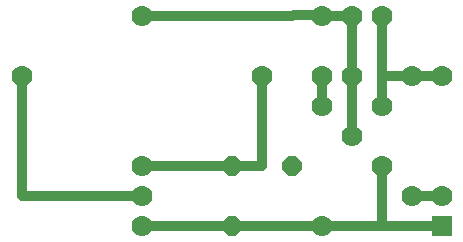
<source format=gbl>
G75*
%MOIN*%
%OFA0B0*%
%FSLAX25Y25*%
%IPPOS*%
%LPD*%
%AMOC8*
5,1,8,0,0,1.08239X$1,22.5*
%
%ADD10OC8,0.06496*%
%ADD11C,0.07000*%
%ADD12R,0.07000X0.07000*%
%ADD13C,0.03200*%
%ADD14C,0.01000*%
D10*
X0081000Y0011000D03*
X0081000Y0031000D03*
X0101000Y0031000D03*
D11*
X0121000Y0041000D03*
X0111000Y0051000D03*
X0111000Y0061000D03*
X0121000Y0061000D03*
X0131000Y0051000D03*
X0141000Y0061000D03*
X0151000Y0061000D03*
X0131000Y0081000D03*
X0121000Y0081000D03*
X0111000Y0081000D03*
X0091000Y0061000D03*
X0051000Y0081000D03*
X0011000Y0061000D03*
X0051000Y0031000D03*
X0051000Y0021000D03*
X0051000Y0011000D03*
X0111000Y0011000D03*
X0131000Y0031000D03*
X0141000Y0021000D03*
X0151000Y0021000D03*
D12*
X0151000Y0011000D03*
D13*
X0011000Y0021000D02*
X0011000Y0061000D01*
X0051000Y0081000D02*
X0101000Y0081000D01*
X0101800Y0081100D02*
X0110800Y0081100D01*
X0111000Y0081000D02*
X0121000Y0081000D01*
X0121000Y0061000D01*
X0121000Y0041000D01*
X0111000Y0051000D02*
X0111000Y0061000D01*
X0131000Y0061000D02*
X0131000Y0051000D01*
X0131000Y0061000D02*
X0141000Y0061000D01*
X0151000Y0061000D01*
X0131000Y0061000D02*
X0131000Y0081000D01*
X0091000Y0061000D02*
X0091000Y0031000D01*
X0081000Y0031000D01*
X0051000Y0031000D01*
X0051000Y0021000D02*
X0011000Y0021000D01*
X0051400Y0010900D02*
X0080200Y0010900D01*
X0081100Y0010900D02*
X0110800Y0010900D01*
X0111000Y0011000D02*
X0131000Y0011000D01*
X0131000Y0031000D01*
X0141000Y0021000D02*
X0151000Y0021000D01*
X0151000Y0011000D02*
X0131000Y0011000D01*
D14*
X0111700Y0011800D02*
X0111000Y0011000D01*
X0110800Y0010900D01*
X0081100Y0010900D02*
X0081000Y0011000D01*
X0080200Y0010900D01*
X0051400Y0010900D02*
X0051000Y0011000D01*
X0051000Y0031000D02*
X0051400Y0031600D01*
X0101000Y0081000D02*
X0111000Y0081000D01*
X0101800Y0081100D01*
M02*

</source>
